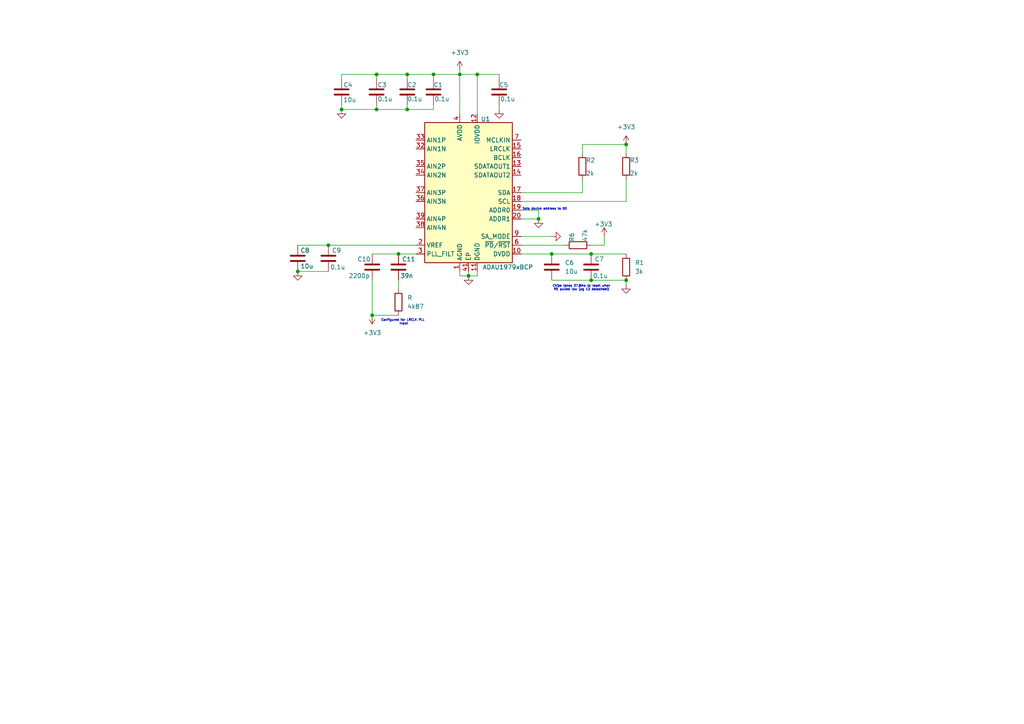
<source format=kicad_sch>
(kicad_sch (version 20231120) (generator "eeschema") (generator_version "8.0")
  (paper "A4")
  (title_block (title "CMD324 Sampling PCB") (rev "2"))
  (lib_symbols
    (symbol "Audio:ADAU1979xBCP"
      (property "Reference" "U" (at 12.7 25.4 0))
      (property "Value" "ADAU1979xBCP" (at 12.7 22.86 0))
      (symbol "ADAU1979xBCP_0_1"
        (rectangle (start -12.7 20.32) (end 12.7 -20.32) (stroke (width 0.254)) (fill (type background)))
      )
      (symbol "ADAU1979xBCP_1_1"
        (pin power_in line (at -2.54 -22.86 90) (length 2.54) (name "AGND") (number "1"))
        (pin power_out line (at 15.24 -17.78 180) (length 2.54) (name "DVDD") (number "10"))
        (pin power_in line (at 2.54 -22.86 90) (length 2.54) (name "DGND") (number "11"))
        (pin power_in line (at 2.54 22.86 270) (length 2.54) (name "IOVDD") (number "12"))
        (pin output line (at 15.24 7.62 180) (length 2.54) (name "SDATAOUT1") (number "13"))
        (pin output line (at 15.24 5.08 180) (length 2.54) (name "SDATAOUT2") (number "14"))
        (pin bidirectional line (at 15.24 12.7 180) (length 2.54) (name "LRCLK") (number "15"))
        (pin bidirectional line (at 15.24 10.16 180) (length 2.54) (name "BCLK") (number "16"))
        (pin bidirectional line (at 15.24 0 180) (length 2.54) (name "SDA") (number "17"))
        (pin input line (at 15.24 -2.54 180) (length 2.54) (name "SCL") (number "18"))
        (pin input line (at 15.24 -5.08 180) (length 2.54) (name "ADDR0") (number "19"))
        (pin output line (at -15.24 -15.24 0) (length 2.54) (name "VREF") (number "2"))
        (pin input line (at 15.24 -7.62 180) (length 2.54) (name "ADDR1") (number "20"))
        (pin passive line (at -2.54 -22.86 90) (length 2.54) hide (name "AGND") (number "21"))
        (pin passive line (at -2.54 -22.86 90) (length 2.54) hide (name "AGND") (number "22"))
        (pin no_connect line (at -10.16 -20.32 90) (length 2.54) hide (name "NC") (number "23"))
        (pin no_connect line (at -7.62 -20.32 90) (length 2.54) hide (name "NC") (number "24"))
        (pin no_connect line (at -5.08 -20.32 90) (length 2.54) hide (name "NC") (number "25"))
        (pin no_connect line (at 5.08 -20.32 90) (length 2.54) hide (name "NC") (number "26"))
        (pin no_connect line (at 7.62 -20.32 90) (length 2.54) hide (name "NC") (number "27"))
        (pin passive line (at -2.54 -22.86 90) (length 2.54) hide (name "AGND") (number "28"))
        (pin passive line (at -2.54 -22.86 90) (length 2.54) hide (name "AGND") (number "29"))
        (pin output line (at -15.24 -17.78 0) (length 2.54) (name "PLL_FILT") (number "3"))
        (pin no_connect line (at 10.16 -20.32 90) (length 2.54) hide (name "NC") (number "30"))
        (pin passive line (at -2.54 22.86 270) (length 2.54) hide (name "AVDD") (number "31"))
        (pin input line (at -15.24 12.7 0) (length 2.54) (name "AIN1N") (number "32"))
        (pin input line (at -15.24 15.24 0) (length 2.54) (name "AIN1P") (number "33"))
        (pin input line (at -15.24 5.08 0) (length 2.54) (name "AIN2N") (number "34"))
        (pin input line (at -15.24 7.62 0) (length 2.54) (name "AIN2P") (number "35"))
        (pin input line (at -15.24 -2.54 0) (length 2.54) (name "AIN3N") (number "36"))
        (pin input line (at -15.24 0 0) (length 2.54) (name "AIN3P") (number "37"))
        (pin input line (at -15.24 -10.16 0) (length 2.54) (name "AIN4N") (number "38"))
        (pin input line (at -15.24 -7.62 0) (length 2.54) (name "AIN4P") (number "39"))
        (pin power_in line (at -2.54 22.86 270) (length 2.54) (name "AVDD") (number "4"))
        (pin passive line (at -2.54 22.86 270) (length 2.54) hide (name "AVDD") (number "40"))
        (pin power_in line (at 0 -22.86 90) (length 2.54) (name "EP") (number "41"))
        (pin passive line (at -2.54 -22.86 90) (length 2.54) hide (name "AGND") (number "5"))
        (pin input line (at 15.24 -15.24 180) (length 2.54) (name "~{PD}/~{RST}") (number "6"))
        (pin input line (at 15.24 15.24 180) (length 2.54) (name "MCLKIN") (number "7"))
        (pin no_connect line (at 12.7 17.78 180) (length 2.54) hide (name "NC") (number "8"))
        (pin input line (at 15.24 -12.7 180) (length 2.54) (name "SA_MODE") (number "9"))
      )
    )
    (symbol "Device:C" (pin_numbers hide) (pin_names (offset 0.254))
      (property "Reference" "C" (at 0.635 2.54 0))
      (property "Value" "C" (at 0.635 -2.54 0))
      (symbol "C_0_1"
        (polyline (pts (xy -2.032 -0.762) (xy 2.032 -0.762)) (stroke (width 0.508)))
        (polyline (pts (xy -2.032 0.762) (xy 2.032 0.762)) (stroke (width 0.508)))
      )
      (symbol "C_1_1"
        (pin passive line (at 0 3.81 270) (length 2.794) (name "~") (number "1"))
        (pin passive line (at 0 -3.81 90) (length 2.794) (name "~") (number "2"))
      )
    )
    (symbol "Device:R" (pin_numbers hide) (pin_names (offset 0))
      (property "Reference" "R" (at 2.032 0 90))
      (property "Value" "R" (at 0 0 90))
      (symbol "R_0_1"
        (rectangle (start -1.016 -2.54) (end 1.016 2.54) (stroke (width 0.254)))
      )
      (symbol "R_1_1"
        (pin passive line (at 0 3.81 270) (length 1.27) (name "~") (number "1"))
        (pin passive line (at 0 -3.81 90) (length 1.27) (name "~") (number "2"))
      )
    )
    (symbol "power:+3V3" (power) (pin_numbers hide) (pin_names (offset 0) hide)
      (property "Value" "+3V3" (at 0 3.556 0))
      (symbol "+3V3_0_1"
        (polyline (pts (xy -0.762 1.27) (xy 0 2.54)))
        (polyline (pts (xy 0 0) (xy 0 2.54)))
        (polyline (pts (xy 0 2.54) (xy 0.762 1.27)))
      )
      (symbol "+3V3_1_1"
        (pin power_in line (at 0 0 90) (length 0) (name "~") (number "1"))
      )
    )
    (symbol "power:GND" (power) (pin_numbers hide) (pin_names (offset 0) hide)
      (property "Value" "GND" (at 0 -3.81 0))
      (symbol "GND_0_1"
        (polyline (pts (xy 0 0) (xy 0 -1.27) (xy 1.27 -1.27) (xy 0 -2.54) (xy -1.27 -1.27) (xy 0 -1.27)))
      )
      (symbol "GND_1_1"
        (pin power_in line (at 0 0 270) (length 0) (name "~") (number "1"))
      )
    )
  )
  (junction (at 156.21 63.5))
  (junction (at 171.45 73.66))
  (junction (at 109.22 21.59))
  (junction (at 181.61 41.91))
  (junction (at 115.57 73.66))
  (junction (at 118.11 21.59))
  (junction (at 86.36 78.74))
  (junction (at 133.35 21.59))
  (junction (at 160.02 73.66))
  (junction (at 109.22 31.75))
  (junction (at 107.95 91.44))
  (junction (at 135.89 80.01))
  (junction (at 125.73 21.59))
  (junction (at 171.45 81.28))
  (junction (at 99.06 31.75))
  (junction (at 95.25 71.12))
  (junction (at 181.61 81.28))
  (junction (at 138.43 21.59))
  (junction (at 118.11 31.75))
  (wire (pts (xy 118.11 30.48) (xy 118.11 31.75)))
  (wire (pts (xy 135.89 80.01) (xy 133.35 80.01)))
  (wire (pts (xy 138.43 21.59) (xy 133.35 21.59)))
  (wire (pts (xy 151.13 63.5) (xy 156.21 63.5)))
  (wire (pts (xy 151.13 55.88) (xy 168.91 55.88)))
  (wire (pts (xy 109.22 22.86) (xy 109.22 21.59)))
  (wire (pts (xy 118.11 21.59) (xy 118.11 22.86)))
  (wire (pts (xy 138.43 33.02) (xy 138.43 21.59)))
  (wire (pts (xy 138.43 80.01) (xy 135.89 80.01)))
  (wire (pts (xy 181.61 81.28) (xy 181.61 82.55)))
  (wire (pts (xy 168.91 41.91) (xy 181.61 41.91)))
  (wire (pts (xy 151.13 60.96) (xy 156.21 60.96)))
  (wire (pts (xy 175.26 71.12) (xy 175.26 68.58)))
  (wire (pts (xy 168.91 44.45) (xy 168.91 41.91)))
  (wire (pts (xy 95.25 71.12) (xy 120.65 71.12)))
  (wire (pts (xy 171.45 73.66) (xy 181.61 73.66)))
  (wire (pts (xy 151.13 58.42) (xy 181.61 58.42)))
  (wire (pts (xy 156.21 60.96) (xy 156.21 63.5)))
  (wire (pts (xy 118.11 21.59) (xy 125.73 21.59)))
  (wire (pts (xy 86.36 71.12) (xy 95.25 71.12)))
  (wire (pts (xy 125.73 30.48) (xy 125.73 31.75)))
  (wire (pts (xy 99.06 31.75) (xy 109.22 31.75)))
  (wire (pts (xy 109.22 31.75) (xy 109.22 30.48)))
  (wire (pts (xy 107.95 73.66) (xy 115.57 73.66)))
  (wire (pts (xy 107.95 81.28) (xy 107.95 91.44)))
  (wire (pts (xy 125.73 21.59) (xy 125.73 22.86)))
  (wire (pts (xy 133.35 20.32) (xy 133.35 21.59)))
  (wire (pts (xy 133.35 21.59) (xy 133.35 33.02)))
  (wire (pts (xy 171.45 81.28) (xy 181.61 81.28)))
  (wire (pts (xy 115.57 73.66) (xy 120.65 73.66)))
  (wire (pts (xy 99.06 21.59) (xy 99.06 22.86)))
  (wire (pts (xy 109.22 21.59) (xy 118.11 21.59)))
  (wire (pts (xy 171.45 71.12) (xy 175.26 71.12)))
  (wire (pts (xy 109.22 21.59) (xy 99.06 21.59)))
  (wire (pts (xy 99.06 30.48) (xy 99.06 31.75)))
  (wire (pts (xy 86.36 78.74) (xy 95.25 78.74)))
  (wire (pts (xy 160.02 73.66) (xy 171.45 73.66)))
  (wire (pts (xy 133.35 80.01) (xy 133.35 78.74)))
  (wire (pts (xy 144.78 30.48) (xy 144.78 31.75)))
  (wire (pts (xy 115.57 81.28) (xy 115.57 83.82)))
  (wire (pts (xy 151.13 71.12) (xy 163.83 71.12)))
  (wire (pts (xy 181.61 41.91) (xy 181.61 44.45)))
  (wire (pts (xy 151.13 68.58) (xy 160.02 68.58)))
  (wire (pts (xy 118.11 31.75) (xy 109.22 31.75)))
  (wire (pts (xy 125.73 31.75) (xy 118.11 31.75)))
  (wire (pts (xy 144.78 22.86) (xy 144.78 21.59)))
  (wire (pts (xy 107.95 91.44) (xy 115.57 91.44)))
  (wire (pts (xy 125.73 21.59) (xy 133.35 21.59)))
  (wire (pts (xy 144.78 21.59) (xy 138.43 21.59)))
  (wire (pts (xy 160.02 81.28) (xy 171.45 81.28)))
  (wire (pts (xy 181.61 52.07) (xy 181.61 58.42)))
  (wire (pts (xy 168.91 52.07) (xy 168.91 55.88)))
  (wire (pts (xy 138.43 78.74) (xy 138.43 80.01)))
  (wire (pts (xy 151.13 73.66) (xy 160.02 73.66)))
  (wire (pts (xy 135.89 78.74) (xy 135.89 80.01)))
  (text "Chips takes 37.8ms to reset when\nRS pulled low (pg 13 datasheet)\n" (at 168.656 83.566 0) (effects (font (size 0.635 0.635))))
  (text "Sets device address to 00\n" (at 157.988 60.706 0) (effects (font (size 0.635 0.635))))
  (text "Configured for LRCLK PLL \nInput\n" (at 117.094 93.472 0) (effects (font (size 0.635 0.635))))
  (symbol (lib_id "Device:C") (at 144.78 26.67 0) (unit 1)
    (property "Reference" "C5" (at 144.78 24.638 0) (effects (justify left)))
    (property "Value" "0.1u" (at 145.034 28.702 0) (effects (justify left)))
    (property "Description" "Unpolarized capacitor" (effects (hide yes)))
  )
  (symbol (lib_id "power:GND") (at 156.21 63.5 0) (unit 1)
    (property "Reference" "#PWR010" (effects (hide yes)))
    (property "Value" "GND" (effects (hide yes)))
    (property "Description" "Power symbol creates a global label with name \"GND\" , ground" (effects (hide yes)))
  )
  (symbol (lib_id "Audio:ADAU1979xBCP") (at 135.89 55.88 0) (unit 1)
    (property "Reference" "U1" (at 139.446 34.544 0) (effects (justify left)))
    (property "Value" "ADAU1979xBCP" (at 139.954 77.47 0) (effects (justify left)))
    (property "Footprint" "Package_CSP:LFCSP-40-1EP_6x6mm_P0.5mm_EP3.9x3.9mm" (effects (hide yes)))
    (property "Datasheet" "https://www.analog.com/media/en/technical-documentation/data-sheets/ADAU1979.pdf" (effects (hide yes)))
    (property "Description" "Quad Analog-to-Digital Converter, 4.5Vrms differential inputs, LFCSP-40" (effects (hide yes)))
  )
  (symbol (lib_id "Device:R") (at 115.57 87.63 0) (unit 1)
    (property "Reference" "R" (at 118.11 86.3599 0) (effects (justify left)))
    (property "Value" "4k87" (at 118.11 88.8999 0) (effects (justify left)))
    (property "Description" "Resistor" (effects (hide yes)))
  )
  (symbol (lib_id "power:+3V3") (at 107.95 91.44 180) (unit 1)
    (property "Reference" "#PWR07" (effects (hide yes)))
    (property "Value" "+3V3" (at 107.95 96.52 0))
    (property "Description" "Power symbol creates a global label with name \"+3V3\"" (effects (hide yes)))
  )
  (symbol (lib_id "Device:C") (at 109.22 26.67 0) (unit 1)
    (property "Reference" "C3" (at 109.474 24.638 0) (effects (justify left)))
    (property "Value" "0.1u" (at 109.474 28.702 0) (effects (justify left)))
    (property "Description" "Unpolarized capacitor" (effects (hide yes)))
  )
  (symbol (lib_id "power:GND") (at 160.02 68.58 90) (unit 1)
    (property "Reference" "#PWR08" (effects (hide yes)))
    (property "Value" "GND" (effects (hide yes)))
    (property "Description" "Power symbol creates a global label with name \"GND\" , ground" (effects (hide yes)))
  )
  (symbol (lib_id "power:GND") (at 181.61 82.55 0) (unit 1)
    (property "Reference" "#PWR04" (effects (hide yes)))
    (property "Value" "GND" (effects (hide yes)))
    (property "Description" "Power symbol creates a global label with name \"GND\" , ground" (effects (hide yes)))
  )
  (symbol (lib_id "Device:C") (at 99.06 26.67 0) (unit 1)
    (property "Reference" "C4" (at 99.568 24.638 0) (effects (justify left)))
    (property "Value" "10u" (at 99.568 28.956 0) (effects (justify left)))
    (property "Description" "Unpolarized capacitor" (effects (hide yes)))
  )
  (symbol (lib_id "power:GND") (at 144.78 31.75 0) (unit 1)
    (property "Reference" "#PWR03" (effects (hide yes)))
    (property "Value" "GND" (effects (hide yes)))
    (property "Description" "Power symbol creates a global label with name \"GND\" , ground" (effects (hide yes)))
  )
  (symbol (lib_id "Device:C") (at 107.95 77.47 0) (unit 1)
    (property "Reference" "C10" (at 103.632 75.184 0) (effects (justify left)))
    (property "Value" "2200p" (at 101.092 80.01 0) (effects (justify left)))
    (property "Description" "Unpolarized capacitor" (effects (hide yes)))
  )
  (symbol (lib_id "Device:C") (at 125.73 26.67 0) (unit 1)
    (property "Reference" "C1" (at 125.73 24.638 0) (effects (justify left)))
    (property "Value" "0.1u" (at 125.984 28.702 0) (effects (justify left)))
    (property "Description" "Unpolarized capacitor" (effects (hide yes)))
  )
  (symbol (lib_id "power:GND") (at 135.89 80.01 0) (unit 1)
    (property "Reference" "#PWR05" (effects (hide yes)))
    (property "Value" "GND" (effects (hide yes)))
    (property "Description" "Power symbol creates a global label with name \"GND\" , ground" (effects (hide yes)))
  )
  (symbol (lib_id "Device:C") (at 95.25 74.93 0) (unit 1)
    (property "Reference" "C9" (at 96.266 72.644 0) (effects (justify left)))
    (property "Value" "0.1u" (at 95.758 77.47 0) (effects (justify left)))
    (property "Description" "Unpolarized capacitor" (effects (hide yes)))
  )
  (symbol (lib_id "power:GND") (at 86.36 78.74 0) (unit 1)
    (property "Reference" "#PWR06" (effects (hide yes)))
    (property "Value" "GND" (effects (hide yes)))
    (property "Description" "Power symbol creates a global label with name \"GND\" , ground" (effects (hide yes)))
  )
  (symbol (lib_id "Device:R") (at 168.91 48.26 0) (unit 1)
    (property "Reference" "R2" (at 169.926 46.482 0) (effects (justify left)))
    (property "Value" "2k" (at 169.926 50.292 0) (effects (justify left)))
    (property "Description" "Resistor" (effects (hide yes)))
  )
  (symbol (lib_id "Device:R") (at 181.61 77.47 0) (unit 1)
    (property "Reference" "R1" (at 184.15 76.1999 0) (effects (justify left)))
    (property "Value" "3k" (at 184.15 78.7399 0) (effects (justify left)))
    (property "Description" "Resistor" (effects (hide yes)))
  )
  (symbol (lib_id "power:+3V3") (at 133.35 20.32 0) (unit 1)
    (property "Reference" "#PWR01" (effects (hide yes)))
    (property "Value" "+3V3" (at 133.35 15.24 0))
    (property "Description" "Power symbol creates a global label with name \"+3V3\"" (effects (hide yes)))
  )
  (symbol (lib_id "Device:C") (at 86.36 74.93 0) (unit 1)
    (property "Reference" "C8" (at 87.122 72.644 0) (effects (justify left)))
    (property "Value" "10u" (at 87.122 77.216 0) (effects (justify left)))
    (property "Description" "Unpolarized capacitor" (effects (hide yes)))
  )
  (symbol (lib_id "power:GND") (at 99.06 31.75 0) (unit 1)
    (property "Reference" "#PWR02" (effects (hide yes)))
    (property "Value" "GND" (effects (hide yes)))
    (property "Description" "Power symbol creates a global label with name \"GND\" , ground" (effects (hide yes)))
  )
  (symbol (lib_id "Device:C") (at 115.57 77.47 0) (unit 1)
    (property "Reference" "C11" (at 116.586 75.184 0) (effects (justify left)))
    (property "Value" "39n" (at 116.078 80.01 0) (effects (justify left)))
    (property "Description" "Unpolarized capacitor" (effects (hide yes)))
  )
  (symbol (lib_id "Device:C") (at 160.02 77.47 0) (unit 1)
    (property "Reference" "C6" (at 163.83 76.1999 0) (effects (justify left)))
    (property "Value" "10u" (at 163.83 78.7399 0) (effects (justify left)))
    (property "Description" "Unpolarized capacitor" (effects (hide yes)))
  )
  (symbol (lib_id "Device:R") (at 181.61 48.26 0) (unit 1)
    (property "Reference" "R3" (at 182.626 46.482 0) (effects (justify left)))
    (property "Value" "2k" (at 182.626 50.292 0) (effects (justify left)))
    (property "Description" "Resistor" (effects (hide yes)))
  )
  (symbol (lib_id "power:+3V3") (at 175.26 68.58 0) (unit 1)
    (property "Reference" "#PWR012" (effects (hide yes)))
    (property "Value" "+3V3" (at 175.006 65.024 0))
    (property "Description" "Power symbol creates a global label with name \"+3V3\"" (effects (hide yes)))
  )
  (symbol (lib_id "power:+3V3") (at 181.61 41.91 0) (unit 1)
    (property "Reference" "#PWR09" (effects (hide yes)))
    (property "Value" "+3V3" (at 181.61 36.83 0))
    (property "Description" "Power symbol creates a global label with name \"+3V3\"" (effects (hide yes)))
  )
  (symbol (lib_id "Device:C") (at 118.11 26.67 0) (unit 1)
    (property "Reference" "C2" (at 118.11 24.638 0) (effects (justify left)))
    (property "Value" "0.1u" (at 118.11 28.702 0) (effects (justify left)))
    (property "Description" "Unpolarized capacitor" (effects (hide yes)))
  )
  (symbol (lib_id "Device:C") (at 171.45 77.47 0) (unit 1)
    (property "Reference" "C7" (at 172.466 75.184 0) (effects (justify left)))
    (property "Value" "0.1u" (at 171.958 80.01 0) (effects (justify left)))
    (property "Description" "Unpolarized capacitor" (effects (hide yes)))
  )
  (symbol (lib_id "Device:R") (at 167.64 71.12 90) (unit 1)
    (property "Reference" "R6" (at 165.862 70.104 0) (effects (justify left)))
    (property "Value" "47k" (at 169.672 70.104 0) (effects (justify left)))
    (property "Description" "Resistor" (effects (hide yes)))
  )
)
</source>
